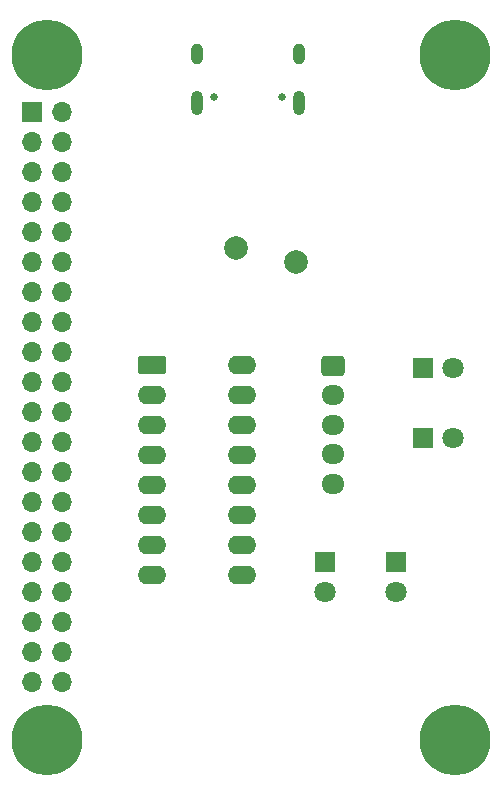
<source format=gbr>
%TF.GenerationSoftware,KiCad,Pcbnew,9.0.2*%
%TF.CreationDate,2025-11-26T15:53:52-08:00*%
%TF.ProjectId,ECE411_1,45434534-3131-45f3-912e-6b696361645f,3.0*%
%TF.SameCoordinates,Original*%
%TF.FileFunction,Soldermask,Bot*%
%TF.FilePolarity,Negative*%
%FSLAX46Y46*%
G04 Gerber Fmt 4.6, Leading zero omitted, Abs format (unit mm)*
G04 Created by KiCad (PCBNEW 9.0.2) date 2025-11-26 15:53:52*
%MOMM*%
%LPD*%
G01*
G04 APERTURE LIST*
G04 Aperture macros list*
%AMRoundRect*
0 Rectangle with rounded corners*
0 $1 Rounding radius*
0 $2 $3 $4 $5 $6 $7 $8 $9 X,Y pos of 4 corners*
0 Add a 4 corners polygon primitive as box body*
4,1,4,$2,$3,$4,$5,$6,$7,$8,$9,$2,$3,0*
0 Add four circle primitives for the rounded corners*
1,1,$1+$1,$2,$3*
1,1,$1+$1,$4,$5*
1,1,$1+$1,$6,$7*
1,1,$1+$1,$8,$9*
0 Add four rect primitives between the rounded corners*
20,1,$1+$1,$2,$3,$4,$5,0*
20,1,$1+$1,$4,$5,$6,$7,0*
20,1,$1+$1,$6,$7,$8,$9,0*
20,1,$1+$1,$8,$9,$2,$3,0*%
G04 Aperture macros list end*
%ADD10C,0.650000*%
%ADD11O,1.000000X2.100000*%
%ADD12O,1.000000X1.800000*%
%ADD13RoundRect,0.250000X-0.725000X0.600000X-0.725000X-0.600000X0.725000X-0.600000X0.725000X0.600000X0*%
%ADD14O,1.950000X1.700000*%
%ADD15R,1.800000X1.800000*%
%ADD16C,1.800000*%
%ADD17C,6.000000*%
%ADD18C,2.010000*%
%ADD19R,1.700000X1.700000*%
%ADD20O,1.700000X1.700000*%
%ADD21RoundRect,0.250000X-0.950000X-0.550000X0.950000X-0.550000X0.950000X0.550000X-0.950000X0.550000X0*%
%ADD22O,2.400000X1.600000*%
G04 APERTURE END LIST*
D10*
%TO.C,J4*%
X126390000Y-91605000D03*
X120610000Y-91605000D03*
D11*
X127820000Y-92105000D03*
D12*
X127820000Y-87925000D03*
D11*
X119180000Y-92105000D03*
D12*
X119180000Y-87925000D03*
%TD*%
D13*
%TO.C,J1*%
X130690000Y-114344870D03*
D14*
X130690000Y-116844870D03*
X130690000Y-119344870D03*
X130690000Y-121844870D03*
X130690000Y-124344870D03*
%TD*%
D15*
%TO.C,D1*%
X138308194Y-114491057D03*
D16*
X140848194Y-114491057D03*
%TD*%
D17*
%TO.C,*%
X141000000Y-146000000D03*
%TD*%
D18*
%TO.C,TH1*%
X122450000Y-104400000D03*
X127550000Y-105600000D03*
%TD*%
D17*
%TO.C,J2*%
X106500000Y-88000000D03*
X106500000Y-146000000D03*
D19*
X105230000Y-92870000D03*
D20*
X107770000Y-92870000D03*
X105230000Y-95410000D03*
X107770000Y-95410000D03*
X105230000Y-97950000D03*
X107770000Y-97950000D03*
X105230000Y-100490000D03*
X107770000Y-100490000D03*
X105230000Y-103030000D03*
X107770000Y-103030000D03*
X105230000Y-105570000D03*
X107770000Y-105570000D03*
X105230000Y-108110000D03*
X107770000Y-108110000D03*
X105230000Y-110650000D03*
X107770000Y-110650000D03*
X105230000Y-113190000D03*
X107770000Y-113190000D03*
X105230000Y-115730000D03*
X107770000Y-115730000D03*
X105230000Y-118270000D03*
X107770000Y-118270000D03*
X105230000Y-120810000D03*
X107770000Y-120810000D03*
X105230000Y-123350000D03*
X107770000Y-123350000D03*
X105230000Y-125890000D03*
X107770000Y-125890000D03*
X105230000Y-128430000D03*
X107770000Y-128430000D03*
X105230000Y-130970000D03*
X107770000Y-130970000D03*
X105230000Y-133510000D03*
X107770000Y-133510000D03*
X105230000Y-136050000D03*
X107770000Y-136050000D03*
X105230000Y-138590000D03*
X107770000Y-138590000D03*
X105230000Y-141130000D03*
X107770000Y-141130000D03*
%TD*%
D15*
%TO.C,D3*%
X136000000Y-130960000D03*
D16*
X136000000Y-133500000D03*
%TD*%
D15*
%TO.C,D2*%
X138308194Y-120445636D03*
D16*
X140848194Y-120445636D03*
%TD*%
D17*
%TO.C,*%
X141000000Y-88000000D03*
%TD*%
D15*
%TO.C,D4*%
X130000000Y-130960000D03*
D16*
X130000000Y-133500000D03*
%TD*%
D21*
%TO.C,U1*%
X115380000Y-114300000D03*
D22*
X115380000Y-116840000D03*
X115380000Y-119380000D03*
X115380000Y-121920000D03*
X115380000Y-124460000D03*
X115380000Y-127000000D03*
X115380000Y-129540000D03*
X115380000Y-132080000D03*
X123000000Y-132080000D03*
X123000000Y-129540000D03*
X123000000Y-127000000D03*
X123000000Y-124460000D03*
X123000000Y-121920000D03*
X123000000Y-119380000D03*
X123000000Y-116840000D03*
X123000000Y-114300000D03*
%TD*%
M02*

</source>
